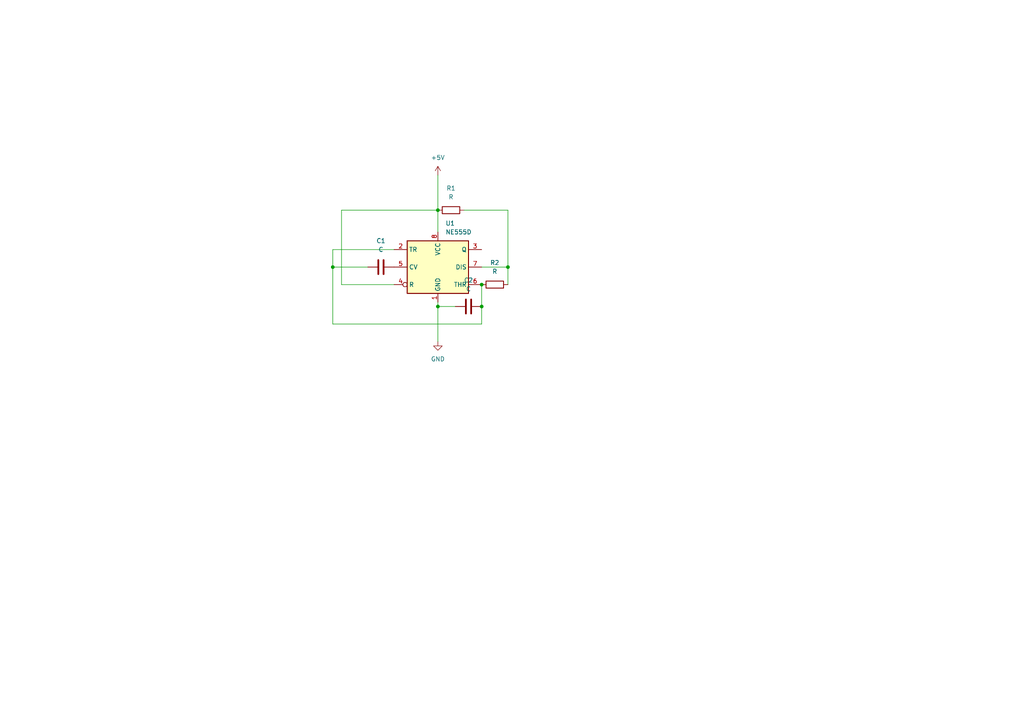
<source format=kicad_sch>
(kicad_sch (version 20230121) (generator eeschema)
  (paper "A4")
  (lib_symbols
    (symbol "Device:C" (pin_numbers hide) (pin_names (offset 0.254))
      (property "Reference" "C" (at 0.635 2.54 0))
      (property "Value" "C" (at 0.635 -2.54 0))
      (symbol "C_0_1"
        (polyline (pts (xy -2.032 -0.762) (xy 2.032 -0.762)) (stroke (width 0.508)))
        (polyline (pts (xy -2.032 0.762) (xy 2.032 0.762)) (stroke (width 0.508)))
      )
      (symbol "C_1_1"
        (pin passive line (at 0 3.81 270) (length 2.794) (name "~") (number "1"))
        (pin passive line (at 0 -3.81 90) (length 2.794) (name "~") (number "2"))
      )
    )
    (symbol "Device:R" (pin_numbers hide) (pin_names (offset 0))
      (property "Reference" "R" (at 2.032 0 90))
      (property "Value" "R" (at 0 0 90))
      (symbol "R_0_1"
        (rectangle (start -1.016 -2.54) (end 1.016 2.54) (stroke (width 0.254)))
      )
      (symbol "R_1_1"
        (pin passive line (at 0 3.81 270) (length 1.27) (name "~") (number "1"))
        (pin passive line (at 0 -3.81 90) (length 1.27) (name "~") (number "2"))
      )
    )
    (symbol "Timer:NE555D"
      (property "Reference" "U" (at -10.16 8.89 0))
      (property "Value" "NE555D" (at 2.54 8.89 0))
      (symbol "NE555D_0_0"
        (pin power_in line (at 0 -10.16 90) (length 2.54) (name "GND") (number "1"))
        (pin power_in line (at 0 10.16 270) (length 2.54) (name "VCC") (number "8"))
      )
      (symbol "NE555D_0_1"
        (rectangle (start -8.89 -7.62) (end 8.89 7.62) (stroke (width 0.254)) (fill (type background)))
        (rectangle (start -8.89 -7.62) (end 8.89 7.62) (stroke (width 0.254)) (fill (type background)))
      )
      (symbol "NE555D_1_1"
        (pin input line (at -12.7 5.08 0) (length 3.81) (name "TR") (number "2"))
        (pin output line (at 12.7 5.08 180) (length 3.81) (name "Q") (number "3"))
        (pin input inverted (at -12.7 -5.08 0) (length 3.81) (name "R") (number "4"))
        (pin input line (at -12.7 0 0) (length 3.81) (name "CV") (number "5"))
        (pin input line (at 12.7 -5.08 180) (length 3.81) (name "THR") (number "6"))
        (pin input line (at 12.7 0 180) (length 3.81) (name "DIS") (number "7"))
      )
    )
    (symbol "power:+5V" (power) (pin_names (offset 0))
      (property "Value" "+5V" (at 0 3.556 0))
      (symbol "+5V_0_1"
        (polyline (pts (xy -0.762 1.27) (xy 0 2.54)))
        (polyline (pts (xy 0 0) (xy 0 2.54)))
        (polyline (pts (xy 0 2.54) (xy 0.762 1.27)))
      )
      (symbol "+5V_1_1"
        (pin power_in line (at 0 0 90) (length 0) hide (name "+5V") (number "1"))
      )
    )
    (symbol "power:GND" (power) (pin_names (offset 0))
      (property "Value" "GND" (at 0 -3.81 0))
      (symbol "GND_0_1"
        (polyline (pts (xy 0 0) (xy 0 -1.27) (xy 1.27 -1.27) (xy 0 -2.54) (xy -1.27 -1.27) (xy 0 -1.27)))
      )
      (symbol "GND_1_1"
        (pin power_in line (at 0 0 270) (length 0) hide (name "GND") (number "1"))
      )
    )
  )
  (junction (at 127 60.96))
  (junction (at 96.52 77.47))
  (junction (at 139.7 82.55))
  (junction (at 147.32 77.47))
  (junction (at 139.7 88.9))
  (junction (at 127 88.9))
  (wire (pts (xy 139.7 82.55) (xy 139.7 88.9)))
  (wire (pts (xy 96.52 72.39) (xy 96.52 77.47)))
  (wire (pts (xy 114.3 72.39) (xy 96.52 72.39)))
  (wire (pts (xy 147.32 77.47) (xy 147.32 82.55)))
  (wire (pts (xy 127 87.63) (xy 127 88.9)))
  (wire (pts (xy 127 60.96) (xy 127 67.31)))
  (wire (pts (xy 127 88.9) (xy 127 99.06)))
  (wire (pts (xy 127 88.9) (xy 132.08 88.9)))
  (wire (pts (xy 99.06 60.96) (xy 99.06 82.55)))
  (wire (pts (xy 147.32 60.96) (xy 134.62 60.96)))
  (wire (pts (xy 147.32 77.47) (xy 147.32 60.96)))
  (wire (pts (xy 96.52 77.47) (xy 106.68 77.47)))
  (wire (pts (xy 96.52 77.47) (xy 96.52 93.98)))
  (wire (pts (xy 99.06 60.96) (xy 127 60.96)))
  (wire (pts (xy 139.7 88.9) (xy 139.7 93.98)))
  (wire (pts (xy 96.52 93.98) (xy 139.7 93.98)))
  (wire (pts (xy 139.7 77.47) (xy 147.32 77.47)))
  (wire (pts (xy 114.3 82.55) (xy 99.06 82.55)))
  (wire (pts (xy 127 50.8) (xy 127 60.96)))
  (symbol (lib_id "power:+5V") (at 127 50.8 0) (unit 1)
    (property "Reference" "#PWR01" (effects hide))
    (property "Value" "+5V" (at 127 45.72 0))
  )
  (symbol (lib_id "Device:R") (at 130.81 60.96 90) (unit 1)
    (property "Reference" "R1" (at 130.81 54.61 90))
    (property "Value" "R" (at 130.81 57.15 90))
  )
  (symbol (lib_id "Device:R") (at 143.51 82.55 270) (unit 1)
    (property "Reference" "R2" (at 143.51 76.2 90))
    (property "Value" "R" (at 143.51 78.74 90))
  )
  (symbol (lib_id "Device:C") (at 110.49 77.47 90) (unit 1)
    (property "Reference" "C1" (at 110.49 69.85 90))
    (property "Value" "C" (at 110.49 72.39 90))
  )
  (symbol (lib_id "Device:C") (at 135.89 88.9 90) (unit 1)
    (property "Reference" "C2" (at 135.89 81.28 90))
    (property "Value" "C" (at 135.89 83.82 90))
  )
  (symbol (lib_id "Timer:NE555D") (at 127 77.47 0) (unit 1)
    (property "Reference" "U1" (at 129.1941 64.77 0) (effects (justify left)))
    (property "Value" "NE555D" (at 129.1941 67.31 0) (effects (justify left)))
    (property "Footprint" "Package_SO:SOIC-8_3.9x4.9mm_P1.27mm" (effects hide))
    (property "Datasheet" "http://www.ti.com/lit/ds/symlink/ne555.pdf" (effects hide))
  )
  (symbol (lib_id "power:GND") (at 127 99.06 0) (unit 1)
    (property "Reference" "#PWR02" (effects hide))
    (property "Value" "GND" (at 127 104.14 0))
  )
)
</source>
